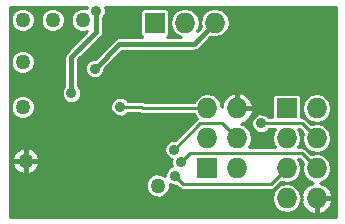
<source format=gbl>
%FSLAX46Y46*%
G04 Gerber Fmt 4.6, Leading zero omitted, Abs format (unit mm)*
G04 Created by KiCad (PCBNEW (2014-10-27 BZR 5228)-product) date 1/26/2015 8:06:31 PM*
%MOMM*%
G01*
G04 APERTURE LIST*
%ADD10C,0.100000*%
%ADD11C,1.270000*%
%ADD12R,1.727200X1.727200*%
%ADD13O,1.727200X1.727200*%
%ADD14C,0.889000*%
%ADD15C,0.254000*%
%ADD16C,0.406400*%
G04 APERTURE END LIST*
D10*
D11*
X12954000Y-15557500D03*
D12*
X12700000Y-1778000D03*
D13*
X15240000Y-1778000D03*
X17780000Y-1778000D03*
D12*
X23876000Y-9017000D03*
D13*
X26416000Y-9017000D03*
X23876000Y-11557000D03*
X26416000Y-11557000D03*
X23876000Y-14097000D03*
X26416000Y-14097000D03*
X23876000Y-16637000D03*
X26416000Y-16637000D03*
D11*
X1524000Y-8890000D03*
X1524000Y-5080000D03*
X6604000Y-1524000D03*
X1778000Y-13462000D03*
D12*
X17145000Y-14097000D03*
D13*
X19685000Y-14097000D03*
X17145000Y-11557000D03*
X19685000Y-11557000D03*
X17145000Y-9017000D03*
X19685000Y-9017000D03*
D11*
X4064000Y-1524000D03*
X1524000Y-1524000D03*
D14*
X9779000Y-8890000D03*
X14351000Y-12509500D03*
X21717000Y-10287000D03*
X14922500Y-13589000D03*
X14414500Y-14732000D03*
X7620000Y-5651500D03*
X7747000Y-762000D03*
X5651500Y-7747000D03*
X13525500Y-17018000D03*
X19685000Y-17018000D03*
X9842500Y-6731000D03*
X14922500Y-9906000D03*
X11430000Y-9906000D03*
X5143500Y-9842500D03*
X23114000Y-1651000D03*
X15113000Y-5143500D03*
D15*
X17145000Y-9017000D02*
X11684000Y-9017000D01*
X11557000Y-8890000D02*
X9779000Y-8890000D01*
X11684000Y-9017000D02*
X11557000Y-8890000D01*
X14351000Y-12509500D02*
X16573500Y-10287000D01*
X16573500Y-10287000D02*
X18415000Y-10287000D01*
X18415000Y-10287000D02*
X19685000Y-11557000D01*
X26416000Y-11557000D02*
X25146000Y-10287000D01*
X25146000Y-10287000D02*
X21717000Y-10287000D01*
X25146000Y-12827000D02*
X26416000Y-14097000D01*
X15684500Y-12827000D02*
X25146000Y-12827000D01*
X14922500Y-13589000D02*
X15684500Y-12827000D01*
X23876000Y-14097000D02*
X22542500Y-15430500D01*
X15113000Y-15430500D02*
X14414500Y-14732000D01*
X22542500Y-15430500D02*
X15113000Y-15430500D01*
D16*
X16002000Y-3556000D02*
X9715500Y-3556000D01*
X9715500Y-3556000D02*
X7620000Y-5651500D01*
X17780000Y-1778000D02*
X16002000Y-3556000D01*
X7747000Y-762000D02*
X7747000Y-2540000D01*
X7747000Y-2540000D02*
X5651500Y-4635500D01*
X5651500Y-4635500D02*
X5651500Y-7747000D01*
X19685000Y-17018000D02*
X13525500Y-17018000D01*
X5143500Y-9842500D02*
X6731000Y-9842500D01*
X6731000Y-9842500D02*
X9842500Y-6731000D01*
X11366500Y-9842500D02*
X11430000Y-9906000D01*
X5143500Y-9842500D02*
X11366500Y-9842500D01*
X14922500Y-9906000D02*
X11430000Y-9906000D01*
X23114000Y-1651000D02*
X19621500Y-5143500D01*
X19621500Y-5143500D02*
X15113000Y-5143500D01*
D15*
G36*
X28017000Y-18238000D02*
X27756707Y-18238000D01*
X27756707Y-16926497D01*
X27756707Y-16347503D01*
X27543866Y-15856473D01*
X27159318Y-15484271D01*
X26725230Y-15304472D01*
X26892288Y-15271243D01*
X27296065Y-15001448D01*
X27565860Y-14597671D01*
X27660600Y-14121383D01*
X27660600Y-14072617D01*
X27565860Y-13596329D01*
X27296065Y-13192552D01*
X26892288Y-12922757D01*
X26416000Y-12828017D01*
X25956781Y-12919361D01*
X25505210Y-12467790D01*
X25340403Y-12357669D01*
X25146000Y-12319000D01*
X24851245Y-12319000D01*
X25025860Y-12057671D01*
X25120600Y-11581383D01*
X25120600Y-11532617D01*
X25025860Y-11056329D01*
X24851245Y-10795000D01*
X24935580Y-10795000D01*
X25254653Y-11114073D01*
X25171400Y-11532617D01*
X25171400Y-11581383D01*
X25266140Y-12057671D01*
X25535935Y-12461448D01*
X25939712Y-12731243D01*
X26416000Y-12825983D01*
X26892288Y-12731243D01*
X27296065Y-12461448D01*
X27565860Y-12057671D01*
X27660600Y-11581383D01*
X27660600Y-11532617D01*
X27660600Y-9041383D01*
X27660600Y-8992617D01*
X27565860Y-8516329D01*
X27296065Y-8112552D01*
X26892288Y-7842757D01*
X26416000Y-7748017D01*
X25939712Y-7842757D01*
X25535935Y-8112552D01*
X25266140Y-8516329D01*
X25171400Y-8992617D01*
X25171400Y-9041383D01*
X25266140Y-9517671D01*
X25535935Y-9921448D01*
X25939712Y-10191243D01*
X26416000Y-10285983D01*
X26892288Y-10191243D01*
X27296065Y-9921448D01*
X27565860Y-9517671D01*
X27660600Y-9041383D01*
X27660600Y-11532617D01*
X27565860Y-11056329D01*
X27296065Y-10652552D01*
X26892288Y-10382757D01*
X26416000Y-10288017D01*
X25956781Y-10379361D01*
X25505210Y-9927790D01*
X25340403Y-9817669D01*
X25146000Y-9779000D01*
X25120600Y-9779000D01*
X25120600Y-8077614D01*
X25062596Y-7937580D01*
X24955419Y-7830404D01*
X24815385Y-7772400D01*
X24663814Y-7772400D01*
X22936614Y-7772400D01*
X22796580Y-7830404D01*
X22689404Y-7937581D01*
X22631400Y-8077615D01*
X22631400Y-8229186D01*
X22631400Y-9779000D01*
X22376302Y-9779000D01*
X22185219Y-9587583D01*
X21881923Y-9461643D01*
X21553518Y-9461357D01*
X21250002Y-9586767D01*
X21017583Y-9818781D01*
X20891643Y-10122077D01*
X20891357Y-10450482D01*
X21016767Y-10753998D01*
X21248781Y-10986417D01*
X21552077Y-11112357D01*
X21880482Y-11112643D01*
X22183998Y-10987233D01*
X22376566Y-10795000D01*
X22900754Y-10795000D01*
X22726140Y-11056329D01*
X22631400Y-11532617D01*
X22631400Y-11581383D01*
X22726140Y-12057671D01*
X22900754Y-12319000D01*
X20660245Y-12319000D01*
X20834860Y-12057671D01*
X20929600Y-11581383D01*
X20929600Y-11532617D01*
X20834860Y-11056329D01*
X20565065Y-10652552D01*
X20161288Y-10382757D01*
X19994230Y-10349527D01*
X20428318Y-10169729D01*
X20812866Y-9797527D01*
X21025707Y-9306497D01*
X21025707Y-8727503D01*
X20812866Y-8236473D01*
X20428318Y-7864271D01*
X19974496Y-7676299D01*
X19761200Y-7774735D01*
X19761200Y-8940800D01*
X20927488Y-8940800D01*
X21025707Y-8727503D01*
X21025707Y-9306497D01*
X20927488Y-9093200D01*
X19761200Y-9093200D01*
X19761200Y-9113200D01*
X19608800Y-9113200D01*
X19608800Y-9093200D01*
X19588800Y-9093200D01*
X19588800Y-8940800D01*
X19608800Y-8940800D01*
X19608800Y-7774735D01*
X19395504Y-7676299D01*
X19048983Y-7819827D01*
X19048983Y-1778000D01*
X18954243Y-1301712D01*
X18684448Y-897935D01*
X18280671Y-628140D01*
X17804383Y-533400D01*
X17755617Y-533400D01*
X17279329Y-628140D01*
X16875552Y-897935D01*
X16605757Y-1301712D01*
X16511017Y-1778000D01*
X16584482Y-2147333D01*
X16286808Y-2445007D01*
X16414243Y-2254288D01*
X16508983Y-1778000D01*
X16414243Y-1301712D01*
X16144448Y-897935D01*
X15740671Y-628140D01*
X15264383Y-533400D01*
X15215617Y-533400D01*
X14739329Y-628140D01*
X14335552Y-897935D01*
X14065757Y-1301712D01*
X13971017Y-1778000D01*
X14065757Y-2254288D01*
X14335552Y-2658065D01*
X14739329Y-2927860D01*
X14960229Y-2971800D01*
X13762028Y-2971800D01*
X13779420Y-2964596D01*
X13886596Y-2857419D01*
X13944600Y-2717385D01*
X13944600Y-2565814D01*
X13944600Y-838614D01*
X13886596Y-698580D01*
X13779419Y-591404D01*
X13639385Y-533400D01*
X13487814Y-533400D01*
X11760614Y-533400D01*
X11620580Y-591404D01*
X11513404Y-698581D01*
X11455400Y-838615D01*
X11455400Y-990186D01*
X11455400Y-2717386D01*
X11513404Y-2857420D01*
X11620581Y-2964596D01*
X11637972Y-2971800D01*
X9715505Y-2971800D01*
X9715500Y-2971799D01*
X9491937Y-3016269D01*
X9429047Y-3058290D01*
X9302408Y-3142908D01*
X9302405Y-3142911D01*
X7619317Y-4825998D01*
X7456518Y-4825857D01*
X7153002Y-4951267D01*
X6920583Y-5183281D01*
X6794643Y-5486577D01*
X6794357Y-5814982D01*
X6919767Y-6118498D01*
X7151781Y-6350917D01*
X7455077Y-6476857D01*
X7783482Y-6477143D01*
X8086998Y-6351733D01*
X8319417Y-6119719D01*
X8445357Y-5816423D01*
X8445500Y-5652183D01*
X9957483Y-4140200D01*
X16002000Y-4140200D01*
X16225563Y-4095730D01*
X16225564Y-4095730D01*
X16415092Y-3969092D01*
X17426958Y-2957225D01*
X17755617Y-3022600D01*
X17804383Y-3022600D01*
X18280671Y-2927860D01*
X18684448Y-2658065D01*
X18954243Y-2254288D01*
X19048983Y-1778000D01*
X19048983Y-7819827D01*
X18941682Y-7864271D01*
X18557134Y-8236473D01*
X18344293Y-8727503D01*
X18442511Y-8940798D01*
X18379292Y-8940798D01*
X18294860Y-8516329D01*
X18025065Y-8112552D01*
X17621288Y-7842757D01*
X17145000Y-7748017D01*
X16668712Y-7842757D01*
X16264935Y-8112552D01*
X16000037Y-8509000D01*
X11883599Y-8509000D01*
X11751403Y-8420669D01*
X11557000Y-8382000D01*
X10438302Y-8382000D01*
X10247219Y-8190583D01*
X9943923Y-8064643D01*
X9615518Y-8064357D01*
X9312002Y-8189767D01*
X9079583Y-8421781D01*
X8953643Y-8725077D01*
X8953357Y-9053482D01*
X9078767Y-9356998D01*
X9310781Y-9589417D01*
X9614077Y-9715357D01*
X9942482Y-9715643D01*
X10245998Y-9590233D01*
X10438566Y-9398000D01*
X11357400Y-9398000D01*
X11489596Y-9486331D01*
X11489597Y-9486331D01*
X11684000Y-9525000D01*
X16000037Y-9525000D01*
X16252232Y-9902437D01*
X16214290Y-9927790D01*
X14457987Y-11684092D01*
X14187518Y-11683857D01*
X13884002Y-11809267D01*
X13651583Y-12041281D01*
X13525643Y-12344577D01*
X13525357Y-12672982D01*
X13650767Y-12976498D01*
X13882781Y-13208917D01*
X14141821Y-13316480D01*
X14097143Y-13424077D01*
X14096857Y-13752482D01*
X14173646Y-13938326D01*
X13947502Y-14031767D01*
X13715083Y-14263781D01*
X13589143Y-14567077D01*
X13588978Y-14755491D01*
X13530269Y-14696679D01*
X13156982Y-14541676D01*
X12752792Y-14541324D01*
X12379234Y-14695675D01*
X12093179Y-14981231D01*
X11938176Y-15354518D01*
X11937824Y-15758708D01*
X12092175Y-16132266D01*
X12377731Y-16418321D01*
X12751018Y-16573324D01*
X13155208Y-16573676D01*
X13528766Y-16419325D01*
X13814821Y-16133769D01*
X13969824Y-15760482D01*
X13970101Y-15441308D01*
X14249577Y-15557357D01*
X14521673Y-15557593D01*
X14753790Y-15789710D01*
X14918596Y-15899831D01*
X14918597Y-15899831D01*
X15113000Y-15938500D01*
X22542500Y-15938500D01*
X22736903Y-15899831D01*
X22901710Y-15789710D01*
X23416781Y-15274638D01*
X23876000Y-15365983D01*
X24352288Y-15271243D01*
X24756065Y-15001448D01*
X25025860Y-14597671D01*
X25120600Y-14121383D01*
X25120600Y-14072617D01*
X25025860Y-13596329D01*
X24851245Y-13335000D01*
X24935580Y-13335000D01*
X25254653Y-13654073D01*
X25171400Y-14072617D01*
X25171400Y-14121383D01*
X25266140Y-14597671D01*
X25535935Y-15001448D01*
X25939712Y-15271243D01*
X26106769Y-15304472D01*
X25672682Y-15484271D01*
X25288134Y-15856473D01*
X25075293Y-16347503D01*
X25173511Y-16560798D01*
X25110292Y-16560798D01*
X25025860Y-16136329D01*
X24756065Y-15732552D01*
X24352288Y-15462757D01*
X23876000Y-15368017D01*
X23399712Y-15462757D01*
X22995935Y-15732552D01*
X22726140Y-16136329D01*
X22631400Y-16612617D01*
X22631400Y-16661383D01*
X22726140Y-17137671D01*
X22995935Y-17541448D01*
X23399712Y-17811243D01*
X23876000Y-17905983D01*
X24352288Y-17811243D01*
X24756065Y-17541448D01*
X25025860Y-17137671D01*
X25110292Y-16713202D01*
X25120600Y-16713202D01*
X25173511Y-16713202D01*
X25120600Y-16828106D01*
X25075293Y-16926497D01*
X25288134Y-17417527D01*
X25672682Y-17789729D01*
X26126504Y-17977701D01*
X26339800Y-17879265D01*
X26339800Y-16713200D01*
X26319800Y-16713200D01*
X26319800Y-16560800D01*
X26339800Y-16560800D01*
X26339800Y-16540800D01*
X26492200Y-16540800D01*
X26492200Y-16560800D01*
X27658488Y-16560800D01*
X27756707Y-16347503D01*
X27756707Y-16926497D01*
X27658488Y-16713200D01*
X26492200Y-16713200D01*
X26492200Y-17879265D01*
X26705496Y-17977701D01*
X27159318Y-17789729D01*
X27543866Y-17417527D01*
X27756707Y-16926497D01*
X27756707Y-18238000D01*
X26339800Y-18238000D01*
X2914661Y-18238000D01*
X2914661Y-13719179D01*
X2914661Y-13204821D01*
X2729720Y-12789416D01*
X2540176Y-12609539D01*
X2540176Y-8688792D01*
X2540176Y-4878792D01*
X2540176Y-1322792D01*
X2385825Y-949234D01*
X2100269Y-663179D01*
X1726982Y-508176D01*
X1322792Y-507824D01*
X949234Y-662175D01*
X663179Y-947731D01*
X508176Y-1321018D01*
X507824Y-1725208D01*
X662175Y-2098766D01*
X947731Y-2384821D01*
X1321018Y-2539824D01*
X1725208Y-2540176D01*
X2098766Y-2385825D01*
X2384821Y-2100269D01*
X2539824Y-1726982D01*
X2540176Y-1322792D01*
X2540176Y-4878792D01*
X2385825Y-4505234D01*
X2100269Y-4219179D01*
X1726982Y-4064176D01*
X1322792Y-4063824D01*
X949234Y-4218175D01*
X663179Y-4503731D01*
X508176Y-4877018D01*
X507824Y-5281208D01*
X662175Y-5654766D01*
X947731Y-5940821D01*
X1321018Y-6095824D01*
X1725208Y-6096176D01*
X2098766Y-5941825D01*
X2384821Y-5656269D01*
X2539824Y-5282982D01*
X2540176Y-4878792D01*
X2540176Y-8688792D01*
X2385825Y-8315234D01*
X2100269Y-8029179D01*
X1726982Y-7874176D01*
X1322792Y-7873824D01*
X949234Y-8028175D01*
X663179Y-8313731D01*
X508176Y-8687018D01*
X507824Y-9091208D01*
X662175Y-9464766D01*
X947731Y-9750821D01*
X1321018Y-9905824D01*
X1725208Y-9906176D01*
X2098766Y-9751825D01*
X2384821Y-9466269D01*
X2539824Y-9092982D01*
X2540176Y-8688792D01*
X2540176Y-12609539D01*
X2399888Y-12476406D01*
X2035179Y-12325339D01*
X1854200Y-12426407D01*
X1854200Y-13385800D01*
X2813593Y-13385800D01*
X2914661Y-13204821D01*
X2914661Y-13719179D01*
X2813593Y-13538200D01*
X1854200Y-13538200D01*
X1854200Y-14497593D01*
X2035179Y-14598661D01*
X2450584Y-14413720D01*
X2763594Y-14083888D01*
X2914661Y-13719179D01*
X2914661Y-18238000D01*
X1701800Y-18238000D01*
X1701800Y-14497593D01*
X1701800Y-13538200D01*
X1701800Y-13385800D01*
X1701800Y-12426407D01*
X1520821Y-12325339D01*
X1105416Y-12510280D01*
X792406Y-12840112D01*
X641339Y-13204821D01*
X742407Y-13385800D01*
X1701800Y-13385800D01*
X1701800Y-13538200D01*
X742407Y-13538200D01*
X641339Y-13719179D01*
X826280Y-14134584D01*
X1156112Y-14447594D01*
X1520821Y-14598661D01*
X1701800Y-14497593D01*
X1701800Y-18238000D01*
X431000Y-18238000D01*
X431000Y-431000D01*
X6990604Y-431000D01*
X6936266Y-561859D01*
X6806982Y-508176D01*
X6402792Y-507824D01*
X6029234Y-662175D01*
X5743179Y-947731D01*
X5588176Y-1321018D01*
X5587824Y-1725208D01*
X5742175Y-2098766D01*
X6027731Y-2384821D01*
X6401018Y-2539824D01*
X6805208Y-2540176D01*
X7001920Y-2458895D01*
X5238408Y-4222408D01*
X5111770Y-4411936D01*
X5080176Y-4570768D01*
X5080176Y-1322792D01*
X4925825Y-949234D01*
X4640269Y-663179D01*
X4266982Y-508176D01*
X3862792Y-507824D01*
X3489234Y-662175D01*
X3203179Y-947731D01*
X3048176Y-1321018D01*
X3047824Y-1725208D01*
X3202175Y-2098766D01*
X3487731Y-2384821D01*
X3861018Y-2539824D01*
X4265208Y-2540176D01*
X4638766Y-2385825D01*
X4924821Y-2100269D01*
X5079824Y-1726982D01*
X5080176Y-1322792D01*
X5080176Y-4570768D01*
X5067300Y-4635500D01*
X5067300Y-7163764D01*
X4952083Y-7278781D01*
X4826143Y-7582077D01*
X4825857Y-7910482D01*
X4951267Y-8213998D01*
X5183281Y-8446417D01*
X5486577Y-8572357D01*
X5814982Y-8572643D01*
X6118498Y-8447233D01*
X6350917Y-8215219D01*
X6476857Y-7911923D01*
X6477143Y-7583518D01*
X6351733Y-7280002D01*
X6235700Y-7163766D01*
X6235700Y-4877483D01*
X8160088Y-2953094D01*
X8160092Y-2953092D01*
X8160092Y-2953091D01*
X8244709Y-2826453D01*
X8286730Y-2763564D01*
X8286731Y-2763563D01*
X8331200Y-2540000D01*
X8331201Y-2540000D01*
X8331200Y-2539994D01*
X8331200Y-1345235D01*
X8446417Y-1230219D01*
X8572357Y-926923D01*
X8572643Y-598518D01*
X8503426Y-431000D01*
X13462000Y-431000D01*
X28017000Y-431000D01*
X28017000Y-18238000D01*
X28017000Y-18238000D01*
G37*
X28017000Y-18238000D02*
X27756707Y-18238000D01*
X27756707Y-16926497D01*
X27756707Y-16347503D01*
X27543866Y-15856473D01*
X27159318Y-15484271D01*
X26725230Y-15304472D01*
X26892288Y-15271243D01*
X27296065Y-15001448D01*
X27565860Y-14597671D01*
X27660600Y-14121383D01*
X27660600Y-14072617D01*
X27565860Y-13596329D01*
X27296065Y-13192552D01*
X26892288Y-12922757D01*
X26416000Y-12828017D01*
X25956781Y-12919361D01*
X25505210Y-12467790D01*
X25340403Y-12357669D01*
X25146000Y-12319000D01*
X24851245Y-12319000D01*
X25025860Y-12057671D01*
X25120600Y-11581383D01*
X25120600Y-11532617D01*
X25025860Y-11056329D01*
X24851245Y-10795000D01*
X24935580Y-10795000D01*
X25254653Y-11114073D01*
X25171400Y-11532617D01*
X25171400Y-11581383D01*
X25266140Y-12057671D01*
X25535935Y-12461448D01*
X25939712Y-12731243D01*
X26416000Y-12825983D01*
X26892288Y-12731243D01*
X27296065Y-12461448D01*
X27565860Y-12057671D01*
X27660600Y-11581383D01*
X27660600Y-11532617D01*
X27660600Y-9041383D01*
X27660600Y-8992617D01*
X27565860Y-8516329D01*
X27296065Y-8112552D01*
X26892288Y-7842757D01*
X26416000Y-7748017D01*
X25939712Y-7842757D01*
X25535935Y-8112552D01*
X25266140Y-8516329D01*
X25171400Y-8992617D01*
X25171400Y-9041383D01*
X25266140Y-9517671D01*
X25535935Y-9921448D01*
X25939712Y-10191243D01*
X26416000Y-10285983D01*
X26892288Y-10191243D01*
X27296065Y-9921448D01*
X27565860Y-9517671D01*
X27660600Y-9041383D01*
X27660600Y-11532617D01*
X27565860Y-11056329D01*
X27296065Y-10652552D01*
X26892288Y-10382757D01*
X26416000Y-10288017D01*
X25956781Y-10379361D01*
X25505210Y-9927790D01*
X25340403Y-9817669D01*
X25146000Y-9779000D01*
X25120600Y-9779000D01*
X25120600Y-8077614D01*
X25062596Y-7937580D01*
X24955419Y-7830404D01*
X24815385Y-7772400D01*
X24663814Y-7772400D01*
X22936614Y-7772400D01*
X22796580Y-7830404D01*
X22689404Y-7937581D01*
X22631400Y-8077615D01*
X22631400Y-8229186D01*
X22631400Y-9779000D01*
X22376302Y-9779000D01*
X22185219Y-9587583D01*
X21881923Y-9461643D01*
X21553518Y-9461357D01*
X21250002Y-9586767D01*
X21017583Y-9818781D01*
X20891643Y-10122077D01*
X20891357Y-10450482D01*
X21016767Y-10753998D01*
X21248781Y-10986417D01*
X21552077Y-11112357D01*
X21880482Y-11112643D01*
X22183998Y-10987233D01*
X22376566Y-10795000D01*
X22900754Y-10795000D01*
X22726140Y-11056329D01*
X22631400Y-11532617D01*
X22631400Y-11581383D01*
X22726140Y-12057671D01*
X22900754Y-12319000D01*
X20660245Y-12319000D01*
X20834860Y-12057671D01*
X20929600Y-11581383D01*
X20929600Y-11532617D01*
X20834860Y-11056329D01*
X20565065Y-10652552D01*
X20161288Y-10382757D01*
X19994230Y-10349527D01*
X20428318Y-10169729D01*
X20812866Y-9797527D01*
X21025707Y-9306497D01*
X21025707Y-8727503D01*
X20812866Y-8236473D01*
X20428318Y-7864271D01*
X19974496Y-7676299D01*
X19761200Y-7774735D01*
X19761200Y-8940800D01*
X20927488Y-8940800D01*
X21025707Y-8727503D01*
X21025707Y-9306497D01*
X20927488Y-9093200D01*
X19761200Y-9093200D01*
X19761200Y-9113200D01*
X19608800Y-9113200D01*
X19608800Y-9093200D01*
X19588800Y-9093200D01*
X19588800Y-8940800D01*
X19608800Y-8940800D01*
X19608800Y-7774735D01*
X19395504Y-7676299D01*
X19048983Y-7819827D01*
X19048983Y-1778000D01*
X18954243Y-1301712D01*
X18684448Y-897935D01*
X18280671Y-628140D01*
X17804383Y-533400D01*
X17755617Y-533400D01*
X17279329Y-628140D01*
X16875552Y-897935D01*
X16605757Y-1301712D01*
X16511017Y-1778000D01*
X16584482Y-2147333D01*
X16286808Y-2445007D01*
X16414243Y-2254288D01*
X16508983Y-1778000D01*
X16414243Y-1301712D01*
X16144448Y-897935D01*
X15740671Y-628140D01*
X15264383Y-533400D01*
X15215617Y-533400D01*
X14739329Y-628140D01*
X14335552Y-897935D01*
X14065757Y-1301712D01*
X13971017Y-1778000D01*
X14065757Y-2254288D01*
X14335552Y-2658065D01*
X14739329Y-2927860D01*
X14960229Y-2971800D01*
X13762028Y-2971800D01*
X13779420Y-2964596D01*
X13886596Y-2857419D01*
X13944600Y-2717385D01*
X13944600Y-2565814D01*
X13944600Y-838614D01*
X13886596Y-698580D01*
X13779419Y-591404D01*
X13639385Y-533400D01*
X13487814Y-533400D01*
X11760614Y-533400D01*
X11620580Y-591404D01*
X11513404Y-698581D01*
X11455400Y-838615D01*
X11455400Y-990186D01*
X11455400Y-2717386D01*
X11513404Y-2857420D01*
X11620581Y-2964596D01*
X11637972Y-2971800D01*
X9715505Y-2971800D01*
X9715500Y-2971799D01*
X9491937Y-3016269D01*
X9429047Y-3058290D01*
X9302408Y-3142908D01*
X9302405Y-3142911D01*
X7619317Y-4825998D01*
X7456518Y-4825857D01*
X7153002Y-4951267D01*
X6920583Y-5183281D01*
X6794643Y-5486577D01*
X6794357Y-5814982D01*
X6919767Y-6118498D01*
X7151781Y-6350917D01*
X7455077Y-6476857D01*
X7783482Y-6477143D01*
X8086998Y-6351733D01*
X8319417Y-6119719D01*
X8445357Y-5816423D01*
X8445500Y-5652183D01*
X9957483Y-4140200D01*
X16002000Y-4140200D01*
X16225563Y-4095730D01*
X16225564Y-4095730D01*
X16415092Y-3969092D01*
X17426958Y-2957225D01*
X17755617Y-3022600D01*
X17804383Y-3022600D01*
X18280671Y-2927860D01*
X18684448Y-2658065D01*
X18954243Y-2254288D01*
X19048983Y-1778000D01*
X19048983Y-7819827D01*
X18941682Y-7864271D01*
X18557134Y-8236473D01*
X18344293Y-8727503D01*
X18442511Y-8940798D01*
X18379292Y-8940798D01*
X18294860Y-8516329D01*
X18025065Y-8112552D01*
X17621288Y-7842757D01*
X17145000Y-7748017D01*
X16668712Y-7842757D01*
X16264935Y-8112552D01*
X16000037Y-8509000D01*
X11883599Y-8509000D01*
X11751403Y-8420669D01*
X11557000Y-8382000D01*
X10438302Y-8382000D01*
X10247219Y-8190583D01*
X9943923Y-8064643D01*
X9615518Y-8064357D01*
X9312002Y-8189767D01*
X9079583Y-8421781D01*
X8953643Y-8725077D01*
X8953357Y-9053482D01*
X9078767Y-9356998D01*
X9310781Y-9589417D01*
X9614077Y-9715357D01*
X9942482Y-9715643D01*
X10245998Y-9590233D01*
X10438566Y-9398000D01*
X11357400Y-9398000D01*
X11489596Y-9486331D01*
X11489597Y-9486331D01*
X11684000Y-9525000D01*
X16000037Y-9525000D01*
X16252232Y-9902437D01*
X16214290Y-9927790D01*
X14457987Y-11684092D01*
X14187518Y-11683857D01*
X13884002Y-11809267D01*
X13651583Y-12041281D01*
X13525643Y-12344577D01*
X13525357Y-12672982D01*
X13650767Y-12976498D01*
X13882781Y-13208917D01*
X14141821Y-13316480D01*
X14097143Y-13424077D01*
X14096857Y-13752482D01*
X14173646Y-13938326D01*
X13947502Y-14031767D01*
X13715083Y-14263781D01*
X13589143Y-14567077D01*
X13588978Y-14755491D01*
X13530269Y-14696679D01*
X13156982Y-14541676D01*
X12752792Y-14541324D01*
X12379234Y-14695675D01*
X12093179Y-14981231D01*
X11938176Y-15354518D01*
X11937824Y-15758708D01*
X12092175Y-16132266D01*
X12377731Y-16418321D01*
X12751018Y-16573324D01*
X13155208Y-16573676D01*
X13528766Y-16419325D01*
X13814821Y-16133769D01*
X13969824Y-15760482D01*
X13970101Y-15441308D01*
X14249577Y-15557357D01*
X14521673Y-15557593D01*
X14753790Y-15789710D01*
X14918596Y-15899831D01*
X14918597Y-15899831D01*
X15113000Y-15938500D01*
X22542500Y-15938500D01*
X22736903Y-15899831D01*
X22901710Y-15789710D01*
X23416781Y-15274638D01*
X23876000Y-15365983D01*
X24352288Y-15271243D01*
X24756065Y-15001448D01*
X25025860Y-14597671D01*
X25120600Y-14121383D01*
X25120600Y-14072617D01*
X25025860Y-13596329D01*
X24851245Y-13335000D01*
X24935580Y-13335000D01*
X25254653Y-13654073D01*
X25171400Y-14072617D01*
X25171400Y-14121383D01*
X25266140Y-14597671D01*
X25535935Y-15001448D01*
X25939712Y-15271243D01*
X26106769Y-15304472D01*
X25672682Y-15484271D01*
X25288134Y-15856473D01*
X25075293Y-16347503D01*
X25173511Y-16560798D01*
X25110292Y-16560798D01*
X25025860Y-16136329D01*
X24756065Y-15732552D01*
X24352288Y-15462757D01*
X23876000Y-15368017D01*
X23399712Y-15462757D01*
X22995935Y-15732552D01*
X22726140Y-16136329D01*
X22631400Y-16612617D01*
X22631400Y-16661383D01*
X22726140Y-17137671D01*
X22995935Y-17541448D01*
X23399712Y-17811243D01*
X23876000Y-17905983D01*
X24352288Y-17811243D01*
X24756065Y-17541448D01*
X25025860Y-17137671D01*
X25110292Y-16713202D01*
X25120600Y-16713202D01*
X25173511Y-16713202D01*
X25120600Y-16828106D01*
X25075293Y-16926497D01*
X25288134Y-17417527D01*
X25672682Y-17789729D01*
X26126504Y-17977701D01*
X26339800Y-17879265D01*
X26339800Y-16713200D01*
X26319800Y-16713200D01*
X26319800Y-16560800D01*
X26339800Y-16560800D01*
X26339800Y-16540800D01*
X26492200Y-16540800D01*
X26492200Y-16560800D01*
X27658488Y-16560800D01*
X27756707Y-16347503D01*
X27756707Y-16926497D01*
X27658488Y-16713200D01*
X26492200Y-16713200D01*
X26492200Y-17879265D01*
X26705496Y-17977701D01*
X27159318Y-17789729D01*
X27543866Y-17417527D01*
X27756707Y-16926497D01*
X27756707Y-18238000D01*
X26339800Y-18238000D01*
X2914661Y-18238000D01*
X2914661Y-13719179D01*
X2914661Y-13204821D01*
X2729720Y-12789416D01*
X2540176Y-12609539D01*
X2540176Y-8688792D01*
X2540176Y-4878792D01*
X2540176Y-1322792D01*
X2385825Y-949234D01*
X2100269Y-663179D01*
X1726982Y-508176D01*
X1322792Y-507824D01*
X949234Y-662175D01*
X663179Y-947731D01*
X508176Y-1321018D01*
X507824Y-1725208D01*
X662175Y-2098766D01*
X947731Y-2384821D01*
X1321018Y-2539824D01*
X1725208Y-2540176D01*
X2098766Y-2385825D01*
X2384821Y-2100269D01*
X2539824Y-1726982D01*
X2540176Y-1322792D01*
X2540176Y-4878792D01*
X2385825Y-4505234D01*
X2100269Y-4219179D01*
X1726982Y-4064176D01*
X1322792Y-4063824D01*
X949234Y-4218175D01*
X663179Y-4503731D01*
X508176Y-4877018D01*
X507824Y-5281208D01*
X662175Y-5654766D01*
X947731Y-5940821D01*
X1321018Y-6095824D01*
X1725208Y-6096176D01*
X2098766Y-5941825D01*
X2384821Y-5656269D01*
X2539824Y-5282982D01*
X2540176Y-4878792D01*
X2540176Y-8688792D01*
X2385825Y-8315234D01*
X2100269Y-8029179D01*
X1726982Y-7874176D01*
X1322792Y-7873824D01*
X949234Y-8028175D01*
X663179Y-8313731D01*
X508176Y-8687018D01*
X507824Y-9091208D01*
X662175Y-9464766D01*
X947731Y-9750821D01*
X1321018Y-9905824D01*
X1725208Y-9906176D01*
X2098766Y-9751825D01*
X2384821Y-9466269D01*
X2539824Y-9092982D01*
X2540176Y-8688792D01*
X2540176Y-12609539D01*
X2399888Y-12476406D01*
X2035179Y-12325339D01*
X1854200Y-12426407D01*
X1854200Y-13385800D01*
X2813593Y-13385800D01*
X2914661Y-13204821D01*
X2914661Y-13719179D01*
X2813593Y-13538200D01*
X1854200Y-13538200D01*
X1854200Y-14497593D01*
X2035179Y-14598661D01*
X2450584Y-14413720D01*
X2763594Y-14083888D01*
X2914661Y-13719179D01*
X2914661Y-18238000D01*
X1701800Y-18238000D01*
X1701800Y-14497593D01*
X1701800Y-13538200D01*
X1701800Y-13385800D01*
X1701800Y-12426407D01*
X1520821Y-12325339D01*
X1105416Y-12510280D01*
X792406Y-12840112D01*
X641339Y-13204821D01*
X742407Y-13385800D01*
X1701800Y-13385800D01*
X1701800Y-13538200D01*
X742407Y-13538200D01*
X641339Y-13719179D01*
X826280Y-14134584D01*
X1156112Y-14447594D01*
X1520821Y-14598661D01*
X1701800Y-14497593D01*
X1701800Y-18238000D01*
X431000Y-18238000D01*
X431000Y-431000D01*
X6990604Y-431000D01*
X6936266Y-561859D01*
X6806982Y-508176D01*
X6402792Y-507824D01*
X6029234Y-662175D01*
X5743179Y-947731D01*
X5588176Y-1321018D01*
X5587824Y-1725208D01*
X5742175Y-2098766D01*
X6027731Y-2384821D01*
X6401018Y-2539824D01*
X6805208Y-2540176D01*
X7001920Y-2458895D01*
X5238408Y-4222408D01*
X5111770Y-4411936D01*
X5080176Y-4570768D01*
X5080176Y-1322792D01*
X4925825Y-949234D01*
X4640269Y-663179D01*
X4266982Y-508176D01*
X3862792Y-507824D01*
X3489234Y-662175D01*
X3203179Y-947731D01*
X3048176Y-1321018D01*
X3047824Y-1725208D01*
X3202175Y-2098766D01*
X3487731Y-2384821D01*
X3861018Y-2539824D01*
X4265208Y-2540176D01*
X4638766Y-2385825D01*
X4924821Y-2100269D01*
X5079824Y-1726982D01*
X5080176Y-1322792D01*
X5080176Y-4570768D01*
X5067300Y-4635500D01*
X5067300Y-7163764D01*
X4952083Y-7278781D01*
X4826143Y-7582077D01*
X4825857Y-7910482D01*
X4951267Y-8213998D01*
X5183281Y-8446417D01*
X5486577Y-8572357D01*
X5814982Y-8572643D01*
X6118498Y-8447233D01*
X6350917Y-8215219D01*
X6476857Y-7911923D01*
X6477143Y-7583518D01*
X6351733Y-7280002D01*
X6235700Y-7163766D01*
X6235700Y-4877483D01*
X8160088Y-2953094D01*
X8160092Y-2953092D01*
X8160092Y-2953091D01*
X8244709Y-2826453D01*
X8286730Y-2763564D01*
X8286731Y-2763563D01*
X8331200Y-2540000D01*
X8331201Y-2540000D01*
X8331200Y-2539994D01*
X8331200Y-1345235D01*
X8446417Y-1230219D01*
X8572357Y-926923D01*
X8572643Y-598518D01*
X8503426Y-431000D01*
X13462000Y-431000D01*
X28017000Y-431000D01*
X28017000Y-18238000D01*
M02*

</source>
